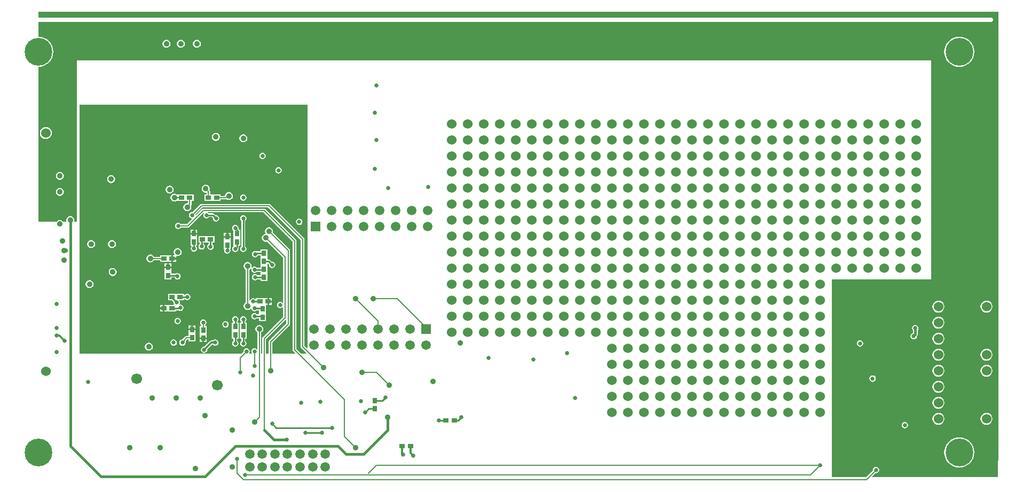
<source format=gbl>
%FSLAX24Y24*%
%MOIN*%
G70*
G01*
G75*
G04 Layer_Physical_Order=4*
G04 Layer_Color=16711680*
%ADD10R,0.0748X0.0197*%
%ADD11R,0.0197X0.0748*%
%ADD12R,0.0394X0.0433*%
%ADD13R,0.0600X0.0800*%
%ADD14R,0.1772X0.0591*%
%ADD15R,0.0354X0.0276*%
%ADD16R,0.3000X0.2900*%
%ADD17R,0.1500X0.0500*%
%ADD18R,0.0630X0.0709*%
%ADD19R,0.2900X0.3000*%
%ADD20R,0.0500X0.1500*%
%ADD21R,0.0709X0.0630*%
%ADD22R,0.0787X0.0866*%
%ADD23R,0.0276X0.0354*%
%ADD24R,0.0551X0.0787*%
%ADD25R,0.0197X0.0610*%
%ADD26R,0.0197X0.0610*%
%ADD27R,0.0610X0.0197*%
%ADD28R,0.0433X0.0394*%
%ADD29R,0.0512X0.0630*%
%ADD30R,0.0118X0.0630*%
%ADD31R,0.0630X0.0118*%
%ADD32R,0.0354X0.0945*%
%ADD33R,0.0807X0.0236*%
%ADD34R,0.0827X0.0354*%
%ADD35R,0.0827X0.0354*%
%ADD36R,0.1732X0.1441*%
%ADD37C,0.0100*%
%ADD38C,0.0080*%
%ADD39C,0.0200*%
%ADD40C,0.0160*%
%ADD41C,0.0120*%
%ADD42C,0.0250*%
%ADD43C,0.0150*%
%ADD44C,0.0591*%
%ADD45R,0.0591X0.0591*%
%ADD46C,0.0669*%
%ADD47C,0.0600*%
%ADD48C,0.1732*%
%ADD49C,0.1732*%
%ADD50C,0.0250*%
%ADD51C,0.0350*%
%ADD52C,0.0090*%
G36*
X36388Y45754D02*
Y39100D01*
X36388Y39100D01*
X36396Y39057D01*
X36421Y39021D01*
X36745Y38696D01*
X36726Y38650D01*
X36409D01*
X36112Y38946D01*
Y45700D01*
X36112Y45700D01*
X36104Y45743D01*
X36079Y45779D01*
X36079Y45779D01*
X34179Y47679D01*
X34143Y47704D01*
X34100Y47712D01*
X34100Y47712D01*
X30300D01*
X30257Y47704D01*
X30221Y47679D01*
X30221Y47679D01*
X29843Y47302D01*
X29796Y47317D01*
X29792Y47334D01*
X30246Y47788D01*
X34354D01*
X36388Y45754D01*
D02*
G37*
G36*
X36800Y39024D02*
X36754Y39005D01*
X36612Y39146D01*
Y45800D01*
X36604Y45843D01*
X36579Y45879D01*
X36579Y45879D01*
X34479Y47979D01*
X34443Y48004D01*
X34400Y48012D01*
X34400Y48012D01*
X30200D01*
X30200Y48012D01*
X30157Y48004D01*
X30121Y47979D01*
X30121Y47979D01*
X29634Y47492D01*
X29600Y47499D01*
X29524Y47484D01*
X29459Y47441D01*
X29416Y47376D01*
X29401Y47300D01*
X29416Y47224D01*
X29459Y47159D01*
X29524Y47116D01*
X29583Y47104D01*
X29598Y47057D01*
X29291Y46750D01*
X28897D01*
X28878Y46778D01*
X28814Y46821D01*
X28738Y46837D01*
X28662Y46821D01*
X28597Y46778D01*
X28554Y46714D01*
X28539Y46638D01*
X28554Y46562D01*
X28597Y46497D01*
X28662Y46454D01*
X28738Y46439D01*
X28814Y46454D01*
X28878Y46497D01*
X28897Y46526D01*
X29338D01*
X29338Y46526D01*
X29381Y46534D01*
X29417Y46558D01*
X30300Y47442D01*
X30339Y47410D01*
X30316Y47376D01*
X30301Y47300D01*
X30316Y47224D01*
X30359Y47159D01*
X30424Y47116D01*
X30500Y47101D01*
X30576Y47116D01*
X30641Y47159D01*
X30656Y47183D01*
X30851D01*
X30907Y47128D01*
X30901Y47100D01*
X30916Y47024D01*
X30959Y46959D01*
X31024Y46916D01*
X31100Y46901D01*
X31176Y46916D01*
X31241Y46959D01*
X31284Y47024D01*
X31299Y47100D01*
X31284Y47176D01*
X31241Y47241D01*
X31176Y47284D01*
X31100Y47299D01*
X31072Y47293D01*
X30983Y47383D01*
X30945Y47408D01*
X30900Y47417D01*
X30656D01*
X30641Y47441D01*
X30576Y47484D01*
D01*
X30576D01*
Y47484D01*
D01*
D01*
Y47484D01*
X30576Y47484D01*
D01*
D01*
D01*
D01*
X30576Y47488D01*
X34054D01*
X35888Y45654D01*
Y38900D01*
X35888Y38900D01*
X35896Y38857D01*
X35921Y38821D01*
X36045Y38696D01*
X36026Y38650D01*
X34612D01*
Y39354D01*
X35679Y40421D01*
X35704Y40457D01*
X35712Y40500D01*
X35712Y40500D01*
Y45100D01*
X35704Y45143D01*
X35679Y45179D01*
X35679Y45179D01*
X34635Y46224D01*
X34650Y46300D01*
X34631Y46396D01*
X34577Y46477D01*
X34496Y46531D01*
X34400Y46550D01*
X34304Y46531D01*
X34223Y46477D01*
X34169Y46396D01*
X34150Y46300D01*
X34169Y46204D01*
X34186Y46180D01*
X34166Y46134D01*
X34112Y46123D01*
X34031Y46069D01*
X33977Y45988D01*
X33958Y45892D01*
X33977Y45797D01*
X34031Y45715D01*
X34112Y45661D01*
X34208Y45642D01*
X34284Y45657D01*
X35288Y44654D01*
Y41872D01*
X35241Y41841D01*
X35176Y41884D01*
X35100Y41899D01*
X35024Y41884D01*
X34959Y41841D01*
X34916Y41776D01*
X34901Y41700D01*
X34916Y41624D01*
X34959Y41559D01*
X35024Y41516D01*
X35100Y41501D01*
X35176Y41516D01*
X35241Y41559D01*
X35288Y41528D01*
Y40946D01*
X34021Y39679D01*
X33996Y39643D01*
X33988Y39600D01*
X33988Y39600D01*
Y38650D01*
X33912D01*
Y39980D01*
X33977Y40023D01*
X34031Y40104D01*
X34050Y40200D01*
X34031Y40296D01*
X33977Y40377D01*
X33896Y40431D01*
X33800Y40450D01*
X33704Y40431D01*
X33623Y40377D01*
X33569Y40296D01*
X33550Y40200D01*
X33569Y40104D01*
X33623Y40023D01*
X33688Y39980D01*
Y38972D01*
X33641Y38941D01*
X33576Y38984D01*
X33500Y38999D01*
X33424Y38984D01*
X33359Y38941D01*
X33316Y38876D01*
X33301Y38800D01*
X33316Y38724D01*
X33336Y38694D01*
X33313Y38650D01*
X33187D01*
X33164Y38694D01*
X33184Y38724D01*
X33199Y38800D01*
X33184Y38876D01*
X33141Y38941D01*
X33076Y38984D01*
X33000Y38999D01*
X32924Y38984D01*
X32859Y38941D01*
X32816Y38876D01*
X32801Y38800D01*
X32808Y38766D01*
X32691Y38650D01*
X22596D01*
Y53774D01*
X22596Y53774D01*
X22596D01*
X22584Y53805D01*
X22596Y53817D01*
Y53987D01*
Y54200D01*
X36800D01*
Y39024D01*
D02*
G37*
G36*
X35488Y40764D02*
Y40546D01*
X34421Y39479D01*
X34396Y39443D01*
X34388Y39400D01*
X34388Y39400D01*
Y38650D01*
X34212D01*
Y39554D01*
X35442Y40783D01*
X35488Y40764D01*
D02*
G37*
G36*
X79950Y32015D02*
X79904Y31996D01*
X79900Y32000D01*
Y30950D01*
X72074D01*
X72055Y30996D01*
X72266Y31208D01*
X72300Y31201D01*
X72376Y31216D01*
X72441Y31259D01*
X72484Y31324D01*
X72499Y31400D01*
X72484Y31476D01*
X72441Y31541D01*
X72376Y31584D01*
X72300Y31599D01*
X72224Y31584D01*
X72159Y31541D01*
X72116Y31476D01*
X72101Y31400D01*
X72108Y31366D01*
X71691Y30950D01*
X69550D01*
Y43300D01*
X75750D01*
Y56950D01*
X22400D01*
Y46900D01*
X22269D01*
X22238Y46939D01*
X22250Y47000D01*
X22231Y47096D01*
X22177Y47177D01*
X22096Y47231D01*
X22000Y47250D01*
X21904Y47231D01*
X21823Y47177D01*
X21769Y47096D01*
X21750Y47000D01*
X21762Y46939D01*
X21731Y46900D01*
X21544D01*
X21527Y46927D01*
X21446Y46981D01*
X21350Y47000D01*
X21254Y46981D01*
X21173Y46927D01*
X21156Y46900D01*
X20000D01*
Y56559D01*
X20184Y56577D01*
X20360Y56631D01*
X20523Y56718D01*
X20665Y56835D01*
X20782Y56977D01*
X20869Y57140D01*
X20923Y57316D01*
X20941Y57500D01*
X20923Y57684D01*
X20869Y57860D01*
X20782Y58023D01*
X20665Y58165D01*
X20523Y58282D01*
X20360Y58369D01*
X20184Y58423D01*
X20000Y58441D01*
Y59378D01*
X79500D01*
X79547Y59387D01*
X79587Y59413D01*
X79613Y59453D01*
X79622Y59500D01*
X79613Y59547D01*
X79587Y59587D01*
X79547Y59613D01*
X79500Y59622D01*
X20000D01*
Y60000D01*
X79950D01*
Y32015D01*
D02*
G37*
%LPC*%
G36*
X29550Y40421D02*
X29392D01*
Y40223D01*
X29550D01*
Y40421D01*
D02*
G37*
G36*
X32800Y40999D02*
X32724Y40984D01*
X32659Y40941D01*
X32616Y40876D01*
X32601Y40800D01*
X32616Y40724D01*
X32659Y40659D01*
X32672Y40651D01*
X32658Y40603D01*
X32592D01*
Y40127D01*
D01*
D01*
D01*
X32592D01*
X32592Y40127D01*
X32592Y40109D01*
Y40091D01*
X32592Y40091D01*
X32592Y40091D01*
Y40091D01*
D01*
Y39597D01*
X32678D01*
Y39453D01*
X32659Y39441D01*
X32616Y39376D01*
X32601Y39300D01*
X32616Y39224D01*
X32659Y39159D01*
X32724Y39116D01*
X32800Y39101D01*
X32876Y39116D01*
X32941Y39159D01*
X32984Y39224D01*
X32999Y39300D01*
X32984Y39376D01*
X32941Y39441D01*
X32922Y39453D01*
Y39597D01*
X33008D01*
Y40073D01*
X33008Y40073D01*
D01*
D01*
D01*
D01*
D01*
D01*
D01*
D01*
X33008Y40091D01*
Y40093D01*
Y40100D01*
X33008Y40109D01*
D01*
X33008Y40127D01*
D01*
X33008D01*
D01*
D01*
D01*
X33008Y40127D01*
Y40603D01*
X32942D01*
X32928Y40651D01*
X32941Y40659D01*
X32984Y40724D01*
X32999Y40800D01*
X32984Y40876D01*
X32941Y40941D01*
X32876Y40984D01*
X32800Y40999D01*
D02*
G37*
G36*
X74750Y40449D02*
X74674Y40434D01*
X74609Y40391D01*
X74566Y40326D01*
X74551Y40250D01*
X74566Y40174D01*
X74597Y40128D01*
Y39938D01*
X74574Y39934D01*
X74509Y39891D01*
X74466Y39826D01*
X74451Y39750D01*
X74466Y39674D01*
X74509Y39609D01*
X74574Y39566D01*
X74650Y39551D01*
X74726Y39566D01*
X74791Y39609D01*
X74834Y39674D01*
X74844Y39728D01*
X74858Y39742D01*
X74891Y39791D01*
X74903Y39850D01*
Y40128D01*
X74934Y40174D01*
X74949Y40250D01*
X74934Y40326D01*
X74891Y40391D01*
X74826Y40434D01*
X74750Y40449D01*
D02*
G37*
G36*
X30508Y39577D02*
X30350D01*
Y39379D01*
X30508D01*
Y39577D01*
D02*
G37*
G36*
X30300Y40799D02*
X30224Y40784D01*
X30159Y40741D01*
X30116Y40676D01*
X30101Y40600D01*
X30116Y40524D01*
X30159Y40459D01*
X30188Y40440D01*
Y40386D01*
X30092D01*
Y39909D01*
D01*
D01*
D01*
X30092D01*
X30092Y39909D01*
X30092Y39891D01*
Y39874D01*
X30092Y39874D01*
X30092Y39874D01*
Y39874D01*
D01*
Y39677D01*
X30508D01*
Y39856D01*
X30508Y39856D01*
D01*
D01*
D01*
D01*
D01*
D01*
D01*
D01*
X30508Y39874D01*
Y39876D01*
Y39883D01*
X30508Y39891D01*
D01*
X30508Y39909D01*
D01*
X30508D01*
D01*
D01*
D01*
X30508Y39909D01*
Y40386D01*
X30412D01*
Y40440D01*
X30441Y40459D01*
X30484Y40524D01*
X30499Y40600D01*
X30484Y40676D01*
X30441Y40741D01*
X30376Y40784D01*
X30300Y40799D01*
D02*
G37*
G36*
X32300Y40999D02*
X32224Y40984D01*
X32159Y40941D01*
X32116Y40876D01*
X32101Y40800D01*
X32116Y40724D01*
X32159Y40659D01*
X32172Y40651D01*
X32158Y40603D01*
X32092D01*
Y40127D01*
D01*
D01*
D01*
X32092D01*
X32092Y40127D01*
X32092Y40109D01*
Y40091D01*
X32092Y40091D01*
X32092Y40091D01*
Y40091D01*
D01*
Y39597D01*
X32178D01*
Y39453D01*
X32159Y39441D01*
X32116Y39376D01*
X32101Y39300D01*
X32116Y39224D01*
X32159Y39159D01*
X32224Y39116D01*
X32300Y39101D01*
X32376Y39116D01*
X32441Y39159D01*
X32484Y39224D01*
X32499Y39300D01*
X32484Y39376D01*
X32441Y39441D01*
X32422Y39453D01*
Y39597D01*
X32508D01*
Y40073D01*
X32508Y40073D01*
D01*
D01*
D01*
D01*
D01*
D01*
D01*
D01*
X32508Y40091D01*
Y40093D01*
Y40100D01*
X32508Y40109D01*
D01*
X32508Y40127D01*
D01*
X32508D01*
D01*
D01*
D01*
X32508Y40127D01*
Y40603D01*
X32442D01*
X32428Y40651D01*
X32441Y40659D01*
X32484Y40724D01*
X32499Y40800D01*
X32484Y40876D01*
X32441Y40941D01*
X32376Y40984D01*
X32300Y40999D01*
D02*
G37*
G36*
X29808Y40123D02*
X29392D01*
Y39944D01*
D01*
D01*
D01*
X29392D01*
X29392Y39944D01*
X29392Y39926D01*
Y39909D01*
X29392Y39909D01*
X29392Y39909D01*
Y39909D01*
D01*
Y39774D01*
X29262D01*
X29219Y39765D01*
X29182Y39741D01*
X29182Y39741D01*
X29021Y39579D01*
X29000Y39549D01*
X29000Y39549D01*
X28924Y39534D01*
X28859Y39491D01*
X28816Y39426D01*
X28801Y39350D01*
X28816Y39274D01*
X28859Y39209D01*
X28924Y39166D01*
X29000Y39151D01*
X29076Y39166D01*
X29141Y39209D01*
X29184Y39274D01*
X29199Y39350D01*
X29204Y39357D01*
X29212Y39400D01*
Y39454D01*
X29308Y39549D01*
X29392D01*
Y39414D01*
X29808D01*
Y39891D01*
X29808Y39891D01*
D01*
D01*
D01*
D01*
D01*
D01*
D01*
D01*
X29808Y39909D01*
Y39911D01*
Y39917D01*
X29808Y39926D01*
D01*
X29808Y39944D01*
D01*
X29808D01*
D01*
D01*
D01*
X29808Y39944D01*
Y40123D01*
D02*
G37*
G36*
X27794Y41450D02*
X27597D01*
Y41292D01*
X27794D01*
Y41450D01*
D02*
G37*
G36*
X79200Y41973D02*
X79103Y41960D01*
X79013Y41923D01*
X78936Y41864D01*
X78877Y41787D01*
X78840Y41697D01*
X78827Y41600D01*
X78840Y41503D01*
X78877Y41413D01*
X78936Y41336D01*
X79013Y41277D01*
X79103Y41240D01*
X79200Y41227D01*
X79297Y41240D01*
X79387Y41277D01*
X79464Y41336D01*
X79523Y41413D01*
X79560Y41503D01*
X79573Y41600D01*
X79560Y41697D01*
X79523Y41787D01*
X79464Y41864D01*
X79387Y41923D01*
X79297Y41960D01*
X79200Y41973D01*
D02*
G37*
G36*
X27794Y41708D02*
X27597D01*
Y41550D01*
X27794D01*
Y41708D01*
D02*
G37*
G36*
X34595Y42124D02*
X34398D01*
Y41966D01*
X34595D01*
Y42124D01*
D02*
G37*
G36*
Y41866D02*
X34398D01*
Y41708D01*
X34595D01*
Y41866D01*
D02*
G37*
G36*
X76200Y40973D02*
X76103Y40960D01*
X76013Y40923D01*
X75936Y40864D01*
X75877Y40787D01*
X75840Y40697D01*
X75827Y40600D01*
X75840Y40503D01*
X75877Y40413D01*
X75936Y40336D01*
X76013Y40277D01*
X76103Y40240D01*
X76200Y40227D01*
X76297Y40240D01*
X76387Y40277D01*
X76464Y40336D01*
X76523Y40413D01*
X76560Y40503D01*
X76573Y40600D01*
X76560Y40697D01*
X76523Y40787D01*
X76464Y40864D01*
X76387Y40923D01*
X76297Y40960D01*
X76200Y40973D01*
D02*
G37*
G36*
X29808Y40421D02*
X29650D01*
Y40223D01*
X29808D01*
Y40421D01*
D02*
G37*
G36*
X31691Y40689D02*
X31614Y40674D01*
X31550Y40631D01*
X31507Y40567D01*
X31492Y40491D01*
X31507Y40414D01*
X31550Y40350D01*
X31614Y40307D01*
X31691Y40292D01*
X31767Y40307D01*
X31831Y40350D01*
X31874Y40414D01*
X31889Y40491D01*
X31874Y40567D01*
X31831Y40631D01*
X31767Y40674D01*
X31691Y40689D01*
D02*
G37*
G36*
X76200Y41973D02*
X76103Y41960D01*
X76013Y41923D01*
X75936Y41864D01*
X75877Y41787D01*
X75840Y41697D01*
X75827Y41600D01*
X75840Y41503D01*
X75877Y41413D01*
X75936Y41336D01*
X76013Y41277D01*
X76103Y41240D01*
X76200Y41227D01*
X76297Y41240D01*
X76387Y41277D01*
X76464Y41336D01*
X76523Y41413D01*
X76560Y41503D01*
X76573Y41600D01*
X76560Y41697D01*
X76523Y41787D01*
X76464Y41864D01*
X76387Y41923D01*
X76297Y41960D01*
X76200Y41973D01*
D02*
G37*
G36*
X28700Y40899D02*
X28624Y40884D01*
X28559Y40841D01*
X28516Y40776D01*
X28501Y40700D01*
X28516Y40624D01*
X28559Y40559D01*
X28624Y40516D01*
X28700Y40501D01*
X28776Y40516D01*
X28841Y40559D01*
X28884Y40624D01*
X28899Y40700D01*
X28884Y40776D01*
X28841Y40841D01*
X28776Y40884D01*
X28700Y40899D01*
D02*
G37*
G36*
X76200Y36973D02*
X76103Y36960D01*
X76013Y36923D01*
X75936Y36864D01*
X75877Y36787D01*
X75840Y36697D01*
X75827Y36600D01*
X75840Y36503D01*
X75877Y36413D01*
X75936Y36336D01*
X76013Y36277D01*
X76103Y36240D01*
X76200Y36227D01*
X76297Y36240D01*
X76387Y36277D01*
X76464Y36336D01*
X76523Y36413D01*
X76560Y36503D01*
X76573Y36600D01*
X76560Y36697D01*
X76523Y36787D01*
X76464Y36864D01*
X76387Y36923D01*
X76297Y36960D01*
X76200Y36973D01*
D02*
G37*
G36*
Y35973D02*
X76103Y35960D01*
X76013Y35923D01*
X75936Y35864D01*
X75877Y35787D01*
X75840Y35697D01*
X75827Y35600D01*
X75840Y35503D01*
X75877Y35413D01*
X75936Y35336D01*
X76013Y35277D01*
X76103Y35240D01*
X76200Y35227D01*
X76297Y35240D01*
X76387Y35277D01*
X76464Y35336D01*
X76523Y35413D01*
X76560Y35503D01*
X76573Y35600D01*
X76560Y35697D01*
X76523Y35787D01*
X76464Y35864D01*
X76387Y35923D01*
X76297Y35960D01*
X76200Y35973D01*
D02*
G37*
G36*
Y37973D02*
X76103Y37960D01*
X76013Y37923D01*
X75936Y37864D01*
X75877Y37787D01*
X75840Y37697D01*
X75827Y37600D01*
X75840Y37503D01*
X75877Y37413D01*
X75936Y37336D01*
X76013Y37277D01*
X76103Y37240D01*
X76200Y37227D01*
X76297Y37240D01*
X76387Y37277D01*
X76464Y37336D01*
X76523Y37413D01*
X76560Y37503D01*
X76573Y37600D01*
X76560Y37697D01*
X76523Y37787D01*
X76464Y37864D01*
X76387Y37923D01*
X76297Y37960D01*
X76200Y37973D01*
D02*
G37*
G36*
X72091Y37308D02*
X72014Y37293D01*
X71950Y37250D01*
X71907Y37186D01*
X71892Y37109D01*
X71907Y37033D01*
X71950Y36969D01*
X72014Y36926D01*
X72091Y36911D01*
X72167Y36926D01*
X72231Y36969D01*
X72274Y37033D01*
X72289Y37109D01*
X72274Y37186D01*
X72231Y37250D01*
X72167Y37293D01*
X72091Y37308D01*
D02*
G37*
G36*
X74100Y34399D02*
X74024Y34384D01*
X73959Y34341D01*
X73916Y34276D01*
X73901Y34200D01*
X73916Y34124D01*
X73959Y34059D01*
X74024Y34016D01*
X74100Y34001D01*
X74176Y34016D01*
X74241Y34059D01*
X74284Y34124D01*
X74299Y34200D01*
X74284Y34276D01*
X74241Y34341D01*
X74176Y34384D01*
X74100Y34399D01*
D02*
G37*
G36*
X77500Y33441D02*
X77316Y33423D01*
X77140Y33369D01*
X76977Y33282D01*
X76835Y33165D01*
X76718Y33023D01*
X76631Y32860D01*
X76577Y32684D01*
X76559Y32500D01*
X76577Y32316D01*
X76631Y32140D01*
X76718Y31977D01*
X76835Y31835D01*
X76977Y31718D01*
X77140Y31631D01*
X77316Y31577D01*
X77500Y31559D01*
X77684Y31577D01*
X77860Y31631D01*
X78023Y31718D01*
X78165Y31835D01*
X78282Y31977D01*
X78369Y32140D01*
X78423Y32316D01*
X78441Y32500D01*
X78423Y32684D01*
X78369Y32860D01*
X78282Y33023D01*
X78165Y33165D01*
X78023Y33282D01*
X77860Y33369D01*
X77684Y33423D01*
X77500Y33441D01*
D02*
G37*
G36*
X79200Y34973D02*
X79103Y34960D01*
X79013Y34923D01*
X78936Y34864D01*
X78877Y34787D01*
X78840Y34697D01*
X78827Y34600D01*
X78840Y34503D01*
X78877Y34413D01*
X78936Y34336D01*
X79013Y34277D01*
X79103Y34240D01*
X79200Y34227D01*
X79297Y34240D01*
X79387Y34277D01*
X79464Y34336D01*
X79523Y34413D01*
X79560Y34503D01*
X79573Y34600D01*
X79560Y34697D01*
X79523Y34787D01*
X79464Y34864D01*
X79387Y34923D01*
X79297Y34960D01*
X79200Y34973D01*
D02*
G37*
G36*
X76200D02*
X76103Y34960D01*
X76013Y34923D01*
X75936Y34864D01*
X75877Y34787D01*
X75840Y34697D01*
X75827Y34600D01*
X75840Y34503D01*
X75877Y34413D01*
X75936Y34336D01*
X76013Y34277D01*
X76103Y34240D01*
X76200Y34227D01*
X76297Y34240D01*
X76387Y34277D01*
X76464Y34336D01*
X76523Y34413D01*
X76560Y34503D01*
X76573Y34600D01*
X76560Y34697D01*
X76523Y34787D01*
X76464Y34864D01*
X76387Y34923D01*
X76297Y34960D01*
X76200Y34973D01*
D02*
G37*
G36*
X79200Y37973D02*
X79103Y37960D01*
X79013Y37923D01*
X78936Y37864D01*
X78877Y37787D01*
X78840Y37697D01*
X78827Y37600D01*
X78840Y37503D01*
X78877Y37413D01*
X78936Y37336D01*
X79013Y37277D01*
X79103Y37240D01*
X79200Y37227D01*
X79297Y37240D01*
X79387Y37277D01*
X79464Y37336D01*
X79523Y37413D01*
X79560Y37503D01*
X79573Y37600D01*
X79560Y37697D01*
X79523Y37787D01*
X79464Y37864D01*
X79387Y37923D01*
X79297Y37960D01*
X79200Y37973D01*
D02*
G37*
G36*
X31050Y39549D02*
X30974Y39534D01*
X30909Y39491D01*
X30904Y39483D01*
X30800D01*
X30749Y39472D01*
X30706Y39444D01*
X30359Y39097D01*
X30350Y39099D01*
X30274Y39084D01*
X30209Y39041D01*
X30166Y38976D01*
X30151Y38900D01*
X30166Y38824D01*
X30209Y38759D01*
X30274Y38716D01*
X30350Y38701D01*
X30426Y38716D01*
X30491Y38759D01*
X30534Y38824D01*
X30549Y38900D01*
X30547Y38909D01*
X30855Y39217D01*
X30904D01*
X30909Y39209D01*
X30974Y39166D01*
X31050Y39151D01*
X31126Y39166D01*
X31191Y39209D01*
X31234Y39274D01*
X31249Y39350D01*
X31234Y39426D01*
X31191Y39491D01*
X31126Y39534D01*
X31050Y39549D01*
D02*
G37*
G36*
X28450D02*
X28374Y39534D01*
X28309Y39491D01*
X28266Y39426D01*
X28251Y39350D01*
X28266Y39274D01*
X28309Y39209D01*
X28374Y39166D01*
X28450Y39151D01*
X28526Y39166D01*
X28591Y39209D01*
X28634Y39274D01*
X28649Y39350D01*
X28634Y39426D01*
X28591Y39491D01*
X28526Y39534D01*
X28450Y39549D01*
D02*
G37*
G36*
X30250Y39577D02*
X30092D01*
Y39379D01*
X30250D01*
Y39577D01*
D02*
G37*
G36*
X76200Y39973D02*
X76103Y39960D01*
X76013Y39923D01*
X75936Y39864D01*
X75877Y39787D01*
X75840Y39697D01*
X75827Y39600D01*
X75840Y39503D01*
X75877Y39413D01*
X75936Y39336D01*
X76013Y39277D01*
X76103Y39240D01*
X76200Y39227D01*
X76297Y39240D01*
X76387Y39277D01*
X76464Y39336D01*
X76523Y39413D01*
X76560Y39503D01*
X76573Y39600D01*
X76560Y39697D01*
X76523Y39787D01*
X76464Y39864D01*
X76387Y39923D01*
X76297Y39960D01*
X76200Y39973D01*
D02*
G37*
G36*
X79200Y38973D02*
X79103Y38960D01*
X79013Y38923D01*
X78936Y38864D01*
X78877Y38787D01*
X78840Y38697D01*
X78827Y38600D01*
X78840Y38503D01*
X78877Y38413D01*
X78936Y38336D01*
X79013Y38277D01*
X79103Y38240D01*
X79200Y38227D01*
X79297Y38240D01*
X79387Y38277D01*
X79464Y38336D01*
X79523Y38413D01*
X79560Y38503D01*
X79573Y38600D01*
X79560Y38697D01*
X79523Y38787D01*
X79464Y38864D01*
X79387Y38923D01*
X79297Y38960D01*
X79200Y38973D01*
D02*
G37*
G36*
X76200D02*
X76103Y38960D01*
X76013Y38923D01*
X75936Y38864D01*
X75877Y38787D01*
X75840Y38697D01*
X75827Y38600D01*
X75840Y38503D01*
X75877Y38413D01*
X75936Y38336D01*
X76013Y38277D01*
X76103Y38240D01*
X76200Y38227D01*
X76297Y38240D01*
X76387Y38277D01*
X76464Y38336D01*
X76523Y38413D01*
X76560Y38503D01*
X76573Y38600D01*
X76560Y38697D01*
X76523Y38787D01*
X76464Y38864D01*
X76387Y38923D01*
X76297Y38960D01*
X76200Y38973D01*
D02*
G37*
G36*
X71300Y39499D02*
X71224Y39484D01*
X71159Y39441D01*
X71116Y39376D01*
X71101Y39300D01*
X71116Y39224D01*
X71159Y39159D01*
X71224Y39116D01*
X71300Y39101D01*
X71376Y39116D01*
X71441Y39159D01*
X71484Y39224D01*
X71499Y39300D01*
X71484Y39376D01*
X71441Y39441D01*
X71376Y39484D01*
X71300Y39499D01*
D02*
G37*
G36*
X26900Y39350D02*
X26804Y39331D01*
X26723Y39277D01*
X26669Y39196D01*
X26650Y39100D01*
X26669Y39004D01*
X26723Y38923D01*
X26804Y38869D01*
X26900Y38850D01*
X26996Y38869D01*
X27077Y38923D01*
X27131Y39004D01*
X27150Y39100D01*
X27131Y39196D01*
X27077Y39277D01*
X26996Y39331D01*
X26900Y39350D01*
D02*
G37*
G36*
X21350Y49000D02*
X21254Y48981D01*
X21173Y48927D01*
X21119Y48846D01*
X21100Y48750D01*
X21119Y48654D01*
X21173Y48573D01*
X21254Y48519D01*
X21350Y48500D01*
X21446Y48519D01*
X21527Y48573D01*
X21581Y48654D01*
X21600Y48750D01*
X21581Y48846D01*
X21527Y48927D01*
X21446Y48981D01*
X21350Y49000D01*
D02*
G37*
G36*
X30457Y49207D02*
X30362Y49188D01*
X30281Y49134D01*
X30227Y49053D01*
X30208Y48957D01*
X30227Y48862D01*
X30281Y48781D01*
X30362Y48727D01*
X30457Y48708D01*
X30476Y48711D01*
X30514Y48680D01*
Y48608D01*
X30379D01*
Y48192D01*
X30874D01*
Y48192D01*
X30891D01*
X30909Y48192D01*
Y48192D01*
X30909D01*
D01*
D01*
X30909Y48192D01*
D01*
X31386D01*
Y48288D01*
X31700D01*
X31700Y48288D01*
X31743Y48296D01*
X31753Y48303D01*
X31804Y48269D01*
X31900Y48250D01*
X31996Y48269D01*
X32077Y48323D01*
X32131Y48404D01*
X32150Y48500D01*
X32131Y48596D01*
X32077Y48677D01*
X31996Y48731D01*
X31900Y48750D01*
X31804Y48731D01*
X31723Y48677D01*
X31669Y48596D01*
X31653Y48512D01*
X31386D01*
Y48608D01*
X30909D01*
X30909Y48608D01*
D01*
D01*
X30909Y48608D01*
D01*
X30891Y48608D01*
X30883D01*
X30874D01*
X30856Y48608D01*
Y48608D01*
Y48608D01*
D01*
D01*
D01*
X30739D01*
Y48788D01*
X30739Y48788D01*
X30730Y48831D01*
X30706Y48868D01*
X30706Y48868D01*
X30692Y48881D01*
X30707Y48957D01*
X30688Y49053D01*
X30634Y49134D01*
X30553Y49188D01*
X30457Y49207D01*
D02*
G37*
G36*
X24550Y49800D02*
X24454Y49781D01*
X24373Y49727D01*
X24319Y49646D01*
X24300Y49550D01*
X24319Y49454D01*
X24373Y49373D01*
X24454Y49319D01*
X24550Y49300D01*
X24646Y49319D01*
X24727Y49373D01*
X24781Y49454D01*
X24800Y49550D01*
X24781Y49646D01*
X24727Y49727D01*
X24646Y49781D01*
X24550Y49800D01*
D02*
G37*
G36*
X28200Y49150D02*
X28104Y49131D01*
X28023Y49077D01*
X27969Y48996D01*
X27950Y48900D01*
X27969Y48804D01*
X28023Y48723D01*
X28104Y48669D01*
X28200Y48650D01*
X28296Y48669D01*
X28377Y48723D01*
X28431Y48804D01*
X28450Y48900D01*
X28431Y48996D01*
X28377Y49077D01*
X28296Y49131D01*
X28200Y49150D01*
D02*
G37*
G36*
X32800Y48599D02*
X32724Y48584D01*
X32659Y48541D01*
X32616Y48476D01*
X32601Y48400D01*
X32616Y48324D01*
X32659Y48259D01*
X32724Y48216D01*
X32800Y48201D01*
X32876Y48216D01*
X32941Y48259D01*
X32984Y48324D01*
X32999Y48400D01*
X32984Y48476D01*
X32941Y48541D01*
X32876Y48584D01*
X32800Y48599D01*
D02*
G37*
G36*
X29930Y46395D02*
X29772D01*
Y46198D01*
X29930D01*
Y46395D01*
D02*
G37*
G36*
X29672D02*
X29514D01*
Y46198D01*
X29672D01*
Y46395D01*
D02*
G37*
G36*
X28500Y48650D02*
X28404Y48631D01*
X28323Y48577D01*
X28269Y48496D01*
X28250Y48400D01*
X28269Y48304D01*
X28323Y48223D01*
X28404Y48169D01*
X28500Y48150D01*
X28596Y48169D01*
X28630Y48192D01*
X28697Y48192D01*
Y48192D01*
Y48192D01*
X28697D01*
Y48192D01*
D01*
X29191D01*
D01*
X29191Y48192D01*
X29191Y48192D01*
Y48192D01*
X29191D01*
X29209D01*
X29227Y48192D01*
Y48192D01*
X29227D01*
D01*
D01*
X29227Y48192D01*
D01*
X29344D01*
Y48081D01*
X29305Y48049D01*
X29300Y48050D01*
X29204Y48031D01*
X29123Y47977D01*
X29069Y47896D01*
X29050Y47800D01*
X29069Y47704D01*
X29123Y47623D01*
X29204Y47569D01*
X29300Y47550D01*
X29396Y47569D01*
X29477Y47623D01*
X29531Y47704D01*
X29550Y47800D01*
X29535Y47876D01*
X29535Y47877D01*
X29535Y47877D01*
X29560Y47913D01*
X29568Y47956D01*
Y48192D01*
X29703D01*
Y48608D01*
X29227D01*
X29227Y48608D01*
D01*
D01*
X29227Y48608D01*
D01*
X29209Y48608D01*
X29200D01*
X29191D01*
X29173Y48608D01*
Y48608D01*
Y48608D01*
D01*
D01*
D01*
X28697D01*
D01*
Y48608D01*
X28697D01*
Y48608D01*
Y48608D01*
X28630Y48608D01*
X28596Y48631D01*
X28500Y48650D01*
D02*
G37*
G36*
X36291Y47089D02*
X36214Y47074D01*
X36150Y47031D01*
X36107Y46967D01*
X36092Y46891D01*
X36107Y46814D01*
X36150Y46750D01*
X36214Y46707D01*
X36291Y46692D01*
X36367Y46707D01*
X36431Y46750D01*
X36474Y46814D01*
X36489Y46891D01*
X36474Y46967D01*
X36431Y47031D01*
X36367Y47074D01*
X36291Y47089D01*
D02*
G37*
G36*
X21350Y50000D02*
X21254Y49981D01*
X21173Y49927D01*
X21119Y49846D01*
X21100Y49750D01*
X21119Y49654D01*
X21173Y49573D01*
X21254Y49519D01*
X21350Y49500D01*
X21446Y49519D01*
X21527Y49573D01*
X21581Y49654D01*
X21600Y49750D01*
X21581Y49846D01*
X21527Y49927D01*
X21446Y49981D01*
X21350Y50000D01*
D02*
G37*
G36*
X28000Y58250D02*
X27904Y58231D01*
X27823Y58177D01*
X27769Y58096D01*
X27750Y58000D01*
X27769Y57904D01*
X27823Y57823D01*
X27904Y57769D01*
X28000Y57750D01*
X28096Y57769D01*
X28177Y57823D01*
X28231Y57904D01*
X28250Y58000D01*
X28231Y58096D01*
X28177Y58177D01*
X28096Y58231D01*
X28000Y58250D01*
D02*
G37*
G36*
X77500Y58441D02*
X77316Y58423D01*
X77140Y58369D01*
X76977Y58282D01*
X76835Y58165D01*
X76718Y58023D01*
X76631Y57860D01*
X76577Y57684D01*
X76559Y57500D01*
X76577Y57316D01*
X76631Y57140D01*
X76718Y56977D01*
X76835Y56835D01*
X76977Y56718D01*
X77140Y56631D01*
X77316Y56577D01*
X77500Y56559D01*
X77684Y56577D01*
X77860Y56631D01*
X78023Y56718D01*
X78165Y56835D01*
X78282Y56977D01*
X78369Y57140D01*
X78423Y57316D01*
X78441Y57500D01*
X78423Y57684D01*
X78369Y57860D01*
X78282Y58023D01*
X78165Y58165D01*
X78023Y58282D01*
X77860Y58369D01*
X77684Y58423D01*
X77500Y58441D01*
D02*
G37*
G36*
X29900Y58250D02*
X29804Y58231D01*
X29723Y58177D01*
X29669Y58096D01*
X29650Y58000D01*
X29669Y57904D01*
X29723Y57823D01*
X29804Y57769D01*
X29900Y57750D01*
X29996Y57769D01*
X30077Y57823D01*
X30131Y57904D01*
X30150Y58000D01*
X30131Y58096D01*
X30077Y58177D01*
X29996Y58231D01*
X29900Y58250D01*
D02*
G37*
G36*
X28900D02*
X28804Y58231D01*
X28723Y58177D01*
X28669Y58096D01*
X28650Y58000D01*
X28669Y57904D01*
X28723Y57823D01*
X28804Y57769D01*
X28900Y57750D01*
X28996Y57769D01*
X29077Y57823D01*
X29131Y57904D01*
X29150Y58000D01*
X29131Y58096D01*
X29077Y58177D01*
X28996Y58231D01*
X28900Y58250D01*
D02*
G37*
G36*
X20472Y52800D02*
X20376Y52788D01*
X20286Y52750D01*
X20209Y52691D01*
X20149Y52614D01*
X20112Y52524D01*
X20099Y52427D01*
X20112Y52331D01*
X20149Y52241D01*
X20209Y52163D01*
X20286Y52104D01*
X20376Y52067D01*
X20472Y52054D01*
X20569Y52067D01*
X20659Y52104D01*
X20736Y52163D01*
X20796Y52241D01*
X20833Y52331D01*
X20846Y52427D01*
X20833Y52524D01*
X20796Y52614D01*
X20736Y52691D01*
X20659Y52750D01*
X20569Y52788D01*
X20472Y52800D01*
D02*
G37*
G36*
X34000Y51199D02*
X33924Y51184D01*
X33859Y51141D01*
X33816Y51076D01*
X33801Y51000D01*
X33816Y50924D01*
X33859Y50859D01*
X33924Y50816D01*
X34000Y50801D01*
X34076Y50816D01*
X34141Y50859D01*
X34184Y50924D01*
X34199Y51000D01*
X34184Y51076D01*
X34141Y51141D01*
X34076Y51184D01*
X34000Y51199D01*
D02*
G37*
G36*
X35000Y50299D02*
X34924Y50284D01*
X34859Y50241D01*
X34816Y50176D01*
X34801Y50100D01*
X34816Y50024D01*
X34859Y49959D01*
X34924Y49916D01*
X35000Y49901D01*
X35076Y49916D01*
X35141Y49959D01*
X35184Y50024D01*
X35199Y50100D01*
X35184Y50176D01*
X35141Y50241D01*
X35076Y50284D01*
X35000Y50299D01*
D02*
G37*
G36*
X31087Y52437D02*
X30992Y52418D01*
X30911Y52364D01*
X30857Y52283D01*
X30838Y52187D01*
X30857Y52092D01*
X30911Y52011D01*
X30992Y51957D01*
X31087Y51938D01*
X31183Y51957D01*
X31264Y52011D01*
X31318Y52092D01*
X31337Y52187D01*
X31318Y52283D01*
X31264Y52364D01*
X31183Y52418D01*
X31087Y52437D01*
D02*
G37*
G36*
X32800Y52350D02*
X32704Y52331D01*
X32623Y52277D01*
X32569Y52196D01*
X32550Y52100D01*
X32569Y52004D01*
X32623Y51923D01*
X32704Y51869D01*
X32800Y51850D01*
X32896Y51869D01*
X32977Y51923D01*
X33031Y52004D01*
X33050Y52100D01*
X33031Y52196D01*
X32977Y52277D01*
X32896Y52331D01*
X32800Y52350D01*
D02*
G37*
G36*
X27000Y44850D02*
X26904Y44831D01*
X26823Y44777D01*
X26769Y44696D01*
X26750Y44600D01*
X26769Y44504D01*
X26823Y44423D01*
X26904Y44369D01*
X27000Y44350D01*
X27096Y44369D01*
X27177Y44423D01*
X27220Y44488D01*
X27597D01*
Y44392D01*
X28091D01*
Y44392D01*
X28109D01*
X28127Y44392D01*
Y44392D01*
X28127D01*
D01*
D01*
X28127Y44392D01*
D01*
X28306D01*
Y44600D01*
Y44808D01*
X28127D01*
X28127Y44808D01*
D01*
D01*
X28127Y44808D01*
D01*
X28109Y44808D01*
X28100D01*
X28091D01*
X28073Y44808D01*
Y44808D01*
Y44808D01*
D01*
D01*
D01*
X27597D01*
Y44712D01*
X27220D01*
X27177Y44777D01*
X27096Y44831D01*
X27000Y44850D01*
D02*
G37*
G36*
X28308Y44303D02*
X28150D01*
Y44106D01*
X28308D01*
Y44303D01*
D02*
G37*
G36*
X28700Y45250D02*
X28604Y45231D01*
X28523Y45177D01*
X28469Y45096D01*
X28450Y45000D01*
X28469Y44904D01*
X28504Y44852D01*
X28481Y44808D01*
X28406D01*
Y44650D01*
X28603D01*
Y44730D01*
X28642Y44762D01*
X28700Y44750D01*
X28796Y44769D01*
X28877Y44823D01*
X28931Y44904D01*
X28950Y45000D01*
X28931Y45096D01*
X28877Y45177D01*
X28796Y45231D01*
X28700Y45250D01*
D02*
G37*
G36*
X28603Y44550D02*
X28406D01*
Y44392D01*
X28603D01*
Y44550D01*
D02*
G37*
G36*
X28050Y44303D02*
X27892D01*
Y44106D01*
X28050D01*
Y44303D01*
D02*
G37*
G36*
X23200Y43250D02*
X23104Y43231D01*
X23023Y43177D01*
X22969Y43096D01*
X22950Y43000D01*
X22969Y42904D01*
X23023Y42823D01*
X23104Y42769D01*
X23200Y42750D01*
X23296Y42769D01*
X23377Y42823D01*
X23431Y42904D01*
X23450Y43000D01*
X23431Y43096D01*
X23377Y43177D01*
X23296Y43231D01*
X23200Y43250D01*
D02*
G37*
G36*
X28609Y42408D02*
X28595Y42408D01*
X28591D01*
Y42408D01*
X28591D01*
X28591D01*
X28097D01*
Y41992D01*
X28335D01*
X28455Y41872D01*
X28451Y41850D01*
X28466Y41774D01*
X28481Y41752D01*
X28457Y41708D01*
X28127D01*
X28127Y41708D01*
D01*
D01*
X28127Y41708D01*
D01*
X28109Y41708D01*
X28100D01*
X28091D01*
X28073Y41708D01*
D01*
X27894D01*
Y41500D01*
Y41292D01*
X28091D01*
Y41292D01*
X28109D01*
X28127Y41292D01*
Y41292D01*
X28127D01*
D01*
D01*
X28127Y41292D01*
D01*
X28603D01*
Y41378D01*
X28743D01*
X28802Y41338D01*
X28878Y41323D01*
X28954Y41338D01*
X29019Y41381D01*
X29062Y41446D01*
X29077Y41522D01*
X29062Y41598D01*
X29019Y41663D01*
X28954Y41706D01*
X28878Y41721D01*
X28850Y41715D01*
X28822Y41757D01*
X28834Y41774D01*
X28849Y41850D01*
X28834Y41926D01*
X28791Y41991D01*
X28791Y41992D01*
X29103D01*
Y42058D01*
X29151Y42072D01*
X29159Y42059D01*
X29224Y42016D01*
X29300Y42001D01*
X29376Y42016D01*
X29441Y42059D01*
X29484Y42124D01*
X29499Y42200D01*
X29484Y42276D01*
X29441Y42341D01*
X29376Y42384D01*
X29300Y42399D01*
X29224Y42384D01*
X29159Y42341D01*
X29151Y42328D01*
X29103Y42342D01*
Y42408D01*
X28609D01*
Y42408D01*
D02*
G37*
G36*
X28308Y44006D02*
X27892D01*
Y43827D01*
D01*
D01*
D01*
X27892D01*
X27892Y43827D01*
X27892Y43809D01*
Y43791D01*
X27892Y43791D01*
X27892Y43791D01*
Y43791D01*
D01*
Y43297D01*
X28308D01*
Y43422D01*
X28505D01*
X28507Y43414D01*
X28550Y43350D01*
X28614Y43307D01*
X28691Y43292D01*
X28767Y43307D01*
X28831Y43350D01*
X28874Y43414D01*
X28889Y43491D01*
X28874Y43567D01*
X28831Y43631D01*
X28767Y43674D01*
X28691Y43689D01*
X28614Y43674D01*
X28603Y43666D01*
X28308D01*
Y43773D01*
X28308Y43773D01*
D01*
D01*
D01*
D01*
D01*
D01*
D01*
D01*
X28308Y43791D01*
Y43793D01*
Y43800D01*
X28308Y43809D01*
D01*
X28308Y43827D01*
D01*
X28308D01*
D01*
D01*
D01*
X28308Y43827D01*
Y44006D01*
D02*
G37*
G36*
X24600Y43999D02*
X24524Y43984D01*
X24459Y43941D01*
X24416Y43876D01*
X24401Y43800D01*
X24406Y43774D01*
X24401Y43749D01*
X24420Y43653D01*
X24475Y43572D01*
X24556Y43518D01*
X24651Y43499D01*
X24747Y43518D01*
X24828Y43572D01*
X24882Y43653D01*
X24901Y43749D01*
X24882Y43844D01*
X24828Y43925D01*
X24747Y43980D01*
X24651Y43999D01*
X24626Y43994D01*
X24600Y43999D01*
D02*
G37*
G36*
X32800Y47299D02*
X32724Y47284D01*
X32659Y47241D01*
X32616Y47176D01*
X32601Y47100D01*
X32616Y47024D01*
X32659Y46959D01*
X32678Y46947D01*
Y45353D01*
X32659Y45341D01*
X32616Y45276D01*
X32601Y45200D01*
X32616Y45124D01*
X32659Y45059D01*
X32724Y45016D01*
X32800Y45001D01*
X32876Y45016D01*
X32941Y45059D01*
X32984Y45124D01*
X32999Y45200D01*
X32984Y45276D01*
X32941Y45341D01*
X32922Y45353D01*
Y46947D01*
X32941Y46959D01*
X32984Y47024D01*
X32999Y47100D01*
X32984Y47176D01*
X32941Y47241D01*
X32876Y47284D01*
X32800Y47299D01*
D02*
G37*
G36*
X31750Y46203D02*
X31592D01*
Y46006D01*
X31750D01*
Y46203D01*
D02*
G37*
G36*
X32300Y46699D02*
X32224Y46684D01*
X32159Y46641D01*
X32116Y46576D01*
X32101Y46500D01*
X32116Y46424D01*
X32159Y46359D01*
X32192Y46337D01*
Y45927D01*
D01*
D01*
D01*
X32192D01*
X32192Y45927D01*
X32192Y45909D01*
Y45891D01*
X32192Y45891D01*
X32192Y45891D01*
Y45891D01*
D01*
Y45397D01*
D01*
X32192D01*
Y45397D01*
X32192D01*
X32192D01*
X32192Y45363D01*
X32159Y45341D01*
X32116Y45276D01*
X32101Y45200D01*
X32116Y45124D01*
X32159Y45059D01*
X32224Y45016D01*
X32300Y45001D01*
X32376Y45016D01*
X32441Y45059D01*
X32484Y45124D01*
X32499Y45200D01*
X32494Y45225D01*
X32513Y45253D01*
X32522Y45300D01*
Y45397D01*
X32608D01*
Y45873D01*
X32608Y45873D01*
D01*
D01*
D01*
D01*
D01*
D01*
D01*
D01*
X32608Y45891D01*
Y45893D01*
Y45900D01*
X32608Y45909D01*
D01*
X32608Y45927D01*
D01*
X32608D01*
D01*
D01*
D01*
X32608Y45927D01*
Y46403D01*
X32522D01*
X32513Y46447D01*
X32494Y46475D01*
X32499Y46500D01*
X32484Y46576D01*
X32441Y46641D01*
X32376Y46684D01*
X32300Y46699D01*
D02*
G37*
G36*
X30527Y46008D02*
X30527Y46008D01*
D01*
X30509Y46008D01*
X30500D01*
X30491D01*
X30473Y46008D01*
Y46008D01*
Y46008D01*
D01*
D01*
D01*
X29997D01*
Y45592D01*
X30078D01*
Y45503D01*
X30059Y45491D01*
X30016Y45426D01*
X30001Y45350D01*
X30016Y45274D01*
X30059Y45209D01*
X30124Y45166D01*
X30200Y45151D01*
X30276Y45166D01*
X30341Y45209D01*
X30384Y45274D01*
X30399Y45350D01*
X30384Y45426D01*
X30341Y45491D01*
X30322Y45503D01*
Y45592D01*
X30491D01*
D01*
X30491Y45592D01*
X30491Y45592D01*
Y45592D01*
X30491D01*
X30509D01*
X30527Y45592D01*
Y45592D01*
X30527D01*
D01*
D01*
X30527Y45592D01*
D01*
X30634D01*
Y45497D01*
X30615Y45485D01*
X30572Y45420D01*
X30557Y45344D01*
X30572Y45268D01*
X30615Y45204D01*
X30680Y45160D01*
X30756Y45145D01*
X30832Y45160D01*
X30896Y45204D01*
X30940Y45268D01*
X30955Y45344D01*
X30940Y45420D01*
X30896Y45485D01*
X30878Y45497D01*
Y45592D01*
X31003D01*
Y46008D01*
X30527D01*
X30527Y46008D01*
D01*
D01*
D02*
G37*
G36*
X32008Y46203D02*
X31850D01*
Y46006D01*
X32008D01*
Y46203D01*
D02*
G37*
G36*
X29930Y46098D02*
X29514D01*
Y45919D01*
D01*
D01*
D01*
X29514D01*
X29514Y45919D01*
X29514Y45901D01*
Y45883D01*
X29514Y45883D01*
X29514Y45883D01*
Y45883D01*
D01*
Y45389D01*
X29546D01*
X29570Y45345D01*
X29538Y45298D01*
X29523Y45222D01*
X29538Y45146D01*
X29581Y45081D01*
X29646Y45038D01*
X29722Y45023D01*
X29798Y45038D01*
X29863Y45081D01*
X29906Y45146D01*
X29921Y45222D01*
X29906Y45298D01*
X29863Y45363D01*
X29844Y45375D01*
Y45389D01*
X29930D01*
Y45866D01*
X29930Y45866D01*
D01*
D01*
D01*
D01*
D01*
D01*
D01*
D01*
X29930Y45883D01*
Y45886D01*
Y45892D01*
X29930Y45901D01*
D01*
X29930Y45919D01*
D01*
X29930D01*
D01*
D01*
D01*
X29930Y45919D01*
Y46098D01*
D02*
G37*
G36*
X23300Y45750D02*
X23204Y45731D01*
X23123Y45677D01*
X23069Y45596D01*
X23050Y45500D01*
X23069Y45404D01*
X23123Y45323D01*
X23204Y45269D01*
X23300Y45250D01*
X23396Y45269D01*
X23477Y45323D01*
X23531Y45404D01*
X23550Y45500D01*
X23531Y45596D01*
X23477Y45677D01*
X23396Y45731D01*
X23300Y45750D01*
D02*
G37*
G36*
X34300Y45175D02*
X33884D01*
Y45050D01*
X33611D01*
X33608Y45052D01*
X33531Y45067D01*
X33455Y45052D01*
X33391Y45009D01*
X33348Y44945D01*
X33333Y44868D01*
X33348Y44792D01*
X33391Y44728D01*
X33455Y44685D01*
X33531Y44670D01*
X33608Y44685D01*
X33672Y44728D01*
X33715Y44792D01*
X33718Y44805D01*
X33884D01*
Y44698D01*
D01*
D01*
D01*
X33884D01*
X33884Y44698D01*
X33884Y44680D01*
Y44663D01*
X33884Y44663D01*
X33884Y44663D01*
Y44663D01*
D01*
Y44169D01*
Y44022D01*
X33653D01*
X33641Y44041D01*
X33576Y44084D01*
X33500Y44099D01*
X33424Y44084D01*
X33359Y44041D01*
X33346Y44021D01*
X33300Y44040D01*
X33318Y44131D01*
X33299Y44227D01*
X33245Y44308D01*
X33164Y44362D01*
X33068Y44381D01*
X32973Y44362D01*
X32892Y44308D01*
X32838Y44227D01*
X32819Y44131D01*
X32838Y44036D01*
X32892Y43955D01*
X32956Y43912D01*
Y41851D01*
X32892Y41808D01*
X32838Y41727D01*
X32819Y41631D01*
X32838Y41536D01*
X32892Y41455D01*
X32973Y41401D01*
X33068Y41382D01*
X33164Y41401D01*
X33245Y41455D01*
X33259Y41476D01*
X33308Y41466D01*
X33316Y41424D01*
X33359Y41359D01*
X33424Y41316D01*
X33500Y41301D01*
X33576Y41316D01*
X33641Y41359D01*
X33653Y41378D01*
X33792D01*
Y41227D01*
D01*
D01*
D01*
X33792D01*
X33792Y41227D01*
X33792Y41209D01*
Y41191D01*
X33792Y41191D01*
X33792Y41191D01*
Y41191D01*
D01*
Y41122D01*
X33653D01*
X33641Y41141D01*
X33576Y41184D01*
X33500Y41199D01*
X33424Y41184D01*
X33359Y41141D01*
X33316Y41076D01*
X33301Y41000D01*
X33316Y40924D01*
X33359Y40859D01*
X33424Y40816D01*
X33500Y40801D01*
X33576Y40816D01*
X33641Y40859D01*
X33653Y40878D01*
X33792D01*
Y40697D01*
X34208D01*
Y40945D01*
X34213Y40953D01*
X34222Y41000D01*
X34213Y41047D01*
X34208Y41055D01*
Y41173D01*
X34208Y41173D01*
D01*
D01*
D01*
D01*
D01*
D01*
D01*
D01*
X34208Y41191D01*
Y41193D01*
Y41200D01*
X34208Y41209D01*
D01*
X34208Y41227D01*
D01*
X34208D01*
D01*
D01*
D01*
X34208Y41227D01*
Y41548D01*
X34214Y41581D01*
X34208Y41615D01*
Y41673D01*
X34208Y41673D01*
D01*
D01*
D01*
D01*
D01*
D01*
D01*
D01*
X34208Y41703D01*
X34208Y41708D01*
X34298D01*
Y41916D01*
Y42124D01*
X34119D01*
X34119Y42124D01*
D01*
D01*
X34119Y42124D01*
D01*
X34101Y42124D01*
X34092D01*
X34083D01*
X34066Y42124D01*
Y42124D01*
Y42124D01*
D01*
D01*
D01*
X33589D01*
Y42088D01*
X33545Y42064D01*
X33492Y42099D01*
X33416Y42115D01*
X33340Y42099D01*
X33275Y42056D01*
X33232Y41992D01*
X33230Y41984D01*
X33181Y41988D01*
Y43912D01*
X33245Y43955D01*
X33269Y43991D01*
X33315Y43972D01*
X33301Y43900D01*
X33316Y43824D01*
X33359Y43759D01*
X33424Y43716D01*
X33500Y43701D01*
X33576Y43716D01*
X33641Y43759D01*
X33653Y43778D01*
X33884D01*
Y43714D01*
D01*
D01*
D01*
X33884D01*
X33884Y43714D01*
X33884Y43696D01*
Y43679D01*
X33884Y43679D01*
X33884Y43679D01*
Y43679D01*
D01*
Y43554D01*
X33684D01*
X33672Y43572D01*
X33608Y43615D01*
X33531Y43630D01*
X33455Y43615D01*
X33391Y43572D01*
X33348Y43508D01*
X33333Y43432D01*
X33348Y43355D01*
X33391Y43291D01*
X33455Y43248D01*
X33531Y43233D01*
X33608Y43248D01*
X33672Y43291D01*
X33684Y43309D01*
X33884D01*
Y43184D01*
X34300D01*
Y43661D01*
X34300Y43661D01*
D01*
D01*
D01*
D01*
D01*
D01*
D01*
D01*
X34300Y43679D01*
Y43681D01*
Y43687D01*
X34300Y43696D01*
D01*
X34300Y43714D01*
D01*
X34300D01*
D01*
D01*
D01*
X34300Y43714D01*
Y44169D01*
Y44262D01*
X34346Y44281D01*
X34405Y44222D01*
X34401Y44200D01*
X34416Y44124D01*
X34459Y44059D01*
X34524Y44016D01*
X34600Y44001D01*
X34676Y44016D01*
X34741Y44059D01*
X34784Y44124D01*
X34799Y44200D01*
X34784Y44276D01*
X34741Y44341D01*
X34676Y44384D01*
X34600Y44399D01*
X34578Y44395D01*
X34471Y44502D01*
X34431Y44529D01*
X34384Y44538D01*
X34300D01*
Y44645D01*
D01*
X34300D01*
Y44645D01*
D01*
D01*
D01*
D01*
D01*
D01*
D01*
D01*
D01*
X34300Y44663D01*
Y44665D01*
Y44672D01*
Y44674D01*
Y44680D01*
X34300Y44680D01*
D01*
D01*
D01*
X34300Y44698D01*
D01*
X34300D01*
D01*
D01*
D01*
X34300Y44698D01*
Y45175D01*
D02*
G37*
G36*
X32008Y45906D02*
X31592D01*
Y45727D01*
D01*
D01*
D01*
X31592D01*
X31592Y45727D01*
X31592Y45709D01*
Y45691D01*
X31592Y45691D01*
X31592Y45691D01*
Y45691D01*
D01*
Y45197D01*
X31592D01*
X31616Y45176D01*
D01*
X31601Y45100D01*
X31616Y45024D01*
X31659Y44959D01*
X31724Y44916D01*
X31800Y44901D01*
X31876Y44916D01*
X31941Y44959D01*
X31984Y45024D01*
X31999Y45100D01*
X31984Y45176D01*
X31995Y45197D01*
X32008D01*
Y45673D01*
X32008Y45673D01*
D01*
D01*
D01*
D01*
D01*
X32008Y45691D01*
Y45693D01*
Y45700D01*
X32008Y45709D01*
D01*
X32008Y45727D01*
D01*
X32008D01*
D01*
D01*
D01*
X32008Y45727D01*
Y45906D01*
D02*
G37*
G36*
X24600Y45750D02*
X24504Y45731D01*
X24423Y45677D01*
X24369Y45596D01*
X24350Y45500D01*
X24369Y45404D01*
X24423Y45323D01*
X24504Y45269D01*
X24600Y45250D01*
X24696Y45269D01*
X24777Y45323D01*
X24831Y45404D01*
X24850Y45500D01*
X24831Y45596D01*
X24777Y45677D01*
X24696Y45731D01*
X24600Y45750D01*
D02*
G37*
%LPD*%
D15*
X43238Y32900D02*
D03*
X42727D02*
D03*
X31138Y48400D02*
D03*
X30627D02*
D03*
X28944D02*
D03*
X29456D02*
D03*
X45462Y34500D02*
D03*
X45973D02*
D03*
X33836Y41916D02*
D03*
X34348D02*
D03*
X30756Y45800D02*
D03*
X30244D02*
D03*
X28856Y42200D02*
D03*
X28344D02*
D03*
X27844Y44600D02*
D03*
X28356D02*
D03*
X28356Y41500D02*
D03*
X27844D02*
D03*
D23*
X41000Y35738D02*
D03*
Y35227D02*
D03*
X29600Y39662D02*
D03*
Y40173D02*
D03*
X30300Y40138D02*
D03*
Y39627D02*
D03*
X32800Y40356D02*
D03*
Y39844D02*
D03*
X32300Y40356D02*
D03*
Y39844D02*
D03*
X34000Y40944D02*
D03*
Y41456D02*
D03*
X34092Y43432D02*
D03*
Y43943D02*
D03*
Y44928D02*
D03*
Y44416D02*
D03*
X32400Y45644D02*
D03*
Y46156D02*
D03*
X31800Y45444D02*
D03*
Y45956D02*
D03*
X29722Y45636D02*
D03*
Y46148D02*
D03*
X28100Y43544D02*
D03*
Y44056D02*
D03*
D37*
X45000Y34500D02*
X45462D01*
X46200D02*
X46400Y34700D01*
X45973Y34500D02*
X46200D01*
X41000Y35738D02*
X41479D01*
X41670Y35930D01*
X40400Y35000D02*
X40627Y35227D01*
X41000D01*
X32800Y45200D02*
Y47100D01*
X36675Y33725D02*
X37725D01*
X34600Y34300D02*
X34860Y34040D01*
X38340D01*
X32800Y40356D02*
Y40800D01*
X32300Y40356D02*
Y40800D01*
Y39300D02*
Y39900D01*
X32800Y39400D02*
Y39844D01*
X33500Y41000D02*
X34100D01*
X34011Y41500D02*
X34092Y41581D01*
X33500Y41500D02*
X34011D01*
X33416Y41916D02*
X33836D01*
X34584D02*
X34700Y41800D01*
X34348Y41916D02*
X34584D01*
X33531Y43432D02*
X34092D01*
X34049Y43900D02*
X34092Y43943D01*
X33500Y43900D02*
X34049D01*
X34384Y44416D02*
X34600Y44200D01*
X34092Y44416D02*
X34384D01*
X33591Y44928D02*
X34092D01*
X33531Y44868D02*
X33591Y44928D01*
X31800Y45100D02*
Y45444D01*
Y45956D02*
Y46325D01*
X31887Y46413D01*
X32300Y45200D02*
X32400Y45300D01*
Y45644D01*
Y46156D02*
Y46400D01*
X32300Y46500D02*
X32400Y46400D01*
X30756Y45344D02*
Y45800D01*
X30200Y45756D02*
X30244Y45800D01*
X30200Y45400D02*
Y45756D01*
X29722Y45222D02*
Y45636D01*
Y46422D02*
X29800Y46500D01*
X29722Y46148D02*
Y46422D01*
X28600Y44600D02*
X28800Y44400D01*
X28356Y44600D02*
X28600D01*
X28100Y44056D02*
X28644D01*
X28100Y43544D02*
X28637D01*
X28691Y43491D01*
X28856Y42200D02*
X29300D01*
X28344Y42156D02*
Y42200D01*
Y42156D02*
X28600Y41900D01*
X27500Y41500D02*
X27844D01*
X28856D02*
X28878Y41522D01*
X28356Y41500D02*
X28856D01*
D38*
X33500Y37900D02*
Y38800D01*
X32600Y38400D02*
X33000Y38800D01*
X32600Y37500D02*
Y38400D01*
X32900Y31100D02*
X68200D01*
X32800Y30800D02*
X71700D01*
X32400Y31200D02*
Y32100D01*
Y31200D02*
X32800Y30800D01*
X68200Y31100D02*
X68800Y31700D01*
X71700Y30800D02*
X72300Y31400D01*
X40600Y31200D02*
X41100Y31700D01*
X68800D01*
X29262Y39662D02*
X29600D01*
X29100Y39400D02*
Y39500D01*
X29262Y39662D01*
X29600Y40173D02*
Y40500D01*
X30300Y39300D02*
Y39700D01*
Y40138D02*
Y40600D01*
X27000Y44600D02*
X27844D01*
X28144Y46956D02*
X28200Y46900D01*
X42400Y42100D02*
X44300Y40200D01*
X40900Y42100D02*
X42400D01*
X39800D02*
X41200Y40700D01*
Y40200D02*
Y40700D01*
X29600Y47300D02*
X30200Y47900D01*
X34400D01*
X30300Y47600D02*
X34100D01*
X29338Y46638D02*
X30300Y47600D01*
X28738Y46638D02*
X29338D01*
X34400Y47900D02*
X36500Y45800D01*
Y39100D02*
Y45800D01*
Y39100D02*
X37800Y37800D01*
X40200Y37500D02*
X41100D01*
X41900Y36700D01*
X29300Y47800D02*
X29456Y47956D01*
Y48400D01*
X28500D02*
X28944D01*
X31700D02*
X31900Y48600D01*
X31138Y48400D02*
X31700D01*
X30457Y48957D02*
X30627Y48788D01*
Y48400D02*
Y48788D01*
X30457Y48957D02*
X30500Y49000D01*
X33500Y34400D02*
X33800Y34700D01*
Y40200D01*
X33068Y41631D02*
Y44131D01*
X35400Y40900D02*
Y44700D01*
X34208Y45892D02*
X35400Y44700D01*
X35600Y40500D02*
Y45100D01*
X34400Y46300D02*
X35600Y45100D01*
X34100Y33900D02*
Y39600D01*
X35400Y40900D01*
X34500Y37600D02*
Y39400D01*
X35600Y40500D01*
X34100Y47600D02*
X36000Y45700D01*
Y38900D02*
Y45700D01*
Y38900D02*
X39100Y35800D01*
Y33500D02*
Y35800D01*
Y33500D02*
X39800Y32800D01*
D40*
X40300Y32400D02*
X41800Y33900D01*
X39200Y32400D02*
X40300D01*
X30400Y31000D02*
X32300Y32900D01*
X23900Y31000D02*
X30400D01*
X32300Y32900D02*
X38700D01*
X39200Y32400D01*
X41800Y33900D02*
Y34700D01*
X34700Y33300D02*
X35500D01*
X34100Y33900D02*
X34700Y33300D01*
X74750Y39850D02*
Y40250D01*
X74650Y39750D02*
X74750Y39850D01*
X22000Y32900D02*
X23900Y31000D01*
X22000Y32900D02*
Y47000D01*
D41*
X42727Y32414D02*
Y32827D01*
Y32414D02*
X42770Y32370D01*
X43238Y32462D02*
X43400Y32300D01*
X43238Y32462D02*
Y32900D01*
X30350Y38900D02*
X30800Y39350D01*
X31050D01*
X21150Y39800D02*
X21300D01*
X21650Y39450D01*
D42*
X24600Y43800D02*
X24651Y43749D01*
X21600Y45100D02*
X21700D01*
D44*
X33200Y31600D02*
D03*
Y32387D02*
D03*
X33987Y31600D02*
D03*
Y32387D02*
D03*
X34775Y31600D02*
D03*
Y32387D02*
D03*
X35562Y31600D02*
D03*
Y32387D02*
D03*
X36350Y31600D02*
D03*
Y32387D02*
D03*
X37150Y31600D02*
D03*
X37137Y32387D02*
D03*
X37924Y31600D02*
D03*
Y32387D02*
D03*
X37300Y47600D02*
D03*
X38300Y46600D02*
D03*
Y47600D02*
D03*
X39300Y46600D02*
D03*
Y47600D02*
D03*
X40300Y46600D02*
D03*
Y47600D02*
D03*
X41300Y46600D02*
D03*
Y47600D02*
D03*
X42300Y46600D02*
D03*
Y47600D02*
D03*
X43300Y46600D02*
D03*
Y47600D02*
D03*
X44300Y46600D02*
D03*
Y47600D02*
D03*
X44200Y39200D02*
D03*
X43200Y40200D02*
D03*
Y39200D02*
D03*
X42200Y40200D02*
D03*
Y39200D02*
D03*
X41200Y40200D02*
D03*
Y39200D02*
D03*
X40200Y40200D02*
D03*
Y39200D02*
D03*
X39200Y40200D02*
D03*
Y39200D02*
D03*
X38200Y40200D02*
D03*
Y39200D02*
D03*
X37200Y40200D02*
D03*
Y39200D02*
D03*
D45*
X37300Y46600D02*
D03*
X44200Y40200D02*
D03*
D46*
X31183Y36700D02*
D03*
X26131Y37094D02*
D03*
D47*
X79200Y38600D02*
D03*
Y41600D02*
D03*
X76200Y38600D02*
D03*
Y39600D02*
D03*
Y41600D02*
D03*
Y40600D02*
D03*
X79200Y34600D02*
D03*
Y37600D02*
D03*
X76200Y34600D02*
D03*
Y35600D02*
D03*
Y37600D02*
D03*
Y36600D02*
D03*
X20472Y52427D02*
D03*
Y37573D02*
D03*
X68800Y39000D02*
D03*
X67800D02*
D03*
X66800D02*
D03*
X65800D02*
D03*
X64800D02*
D03*
X63800D02*
D03*
X62800D02*
D03*
X61800D02*
D03*
X60800D02*
D03*
X59800D02*
D03*
X58800D02*
D03*
X57800D02*
D03*
X56800D02*
D03*
X55800D02*
D03*
X68800Y38000D02*
D03*
X67800D02*
D03*
X66800D02*
D03*
X65800D02*
D03*
X64800D02*
D03*
X63800D02*
D03*
X62800D02*
D03*
X61800D02*
D03*
X60800D02*
D03*
X59800D02*
D03*
X58800D02*
D03*
X57800D02*
D03*
X56800D02*
D03*
X55800D02*
D03*
X68800Y37000D02*
D03*
X67800D02*
D03*
X66800D02*
D03*
X65800D02*
D03*
X64800D02*
D03*
X63800D02*
D03*
X62800D02*
D03*
X61800D02*
D03*
X60800D02*
D03*
X59800D02*
D03*
X58800D02*
D03*
X57800D02*
D03*
X56800D02*
D03*
X55800D02*
D03*
X68800Y36000D02*
D03*
X67800D02*
D03*
X66800D02*
D03*
X65800D02*
D03*
X64800D02*
D03*
X63800D02*
D03*
X62800D02*
D03*
X61800D02*
D03*
X60800D02*
D03*
X59800D02*
D03*
X58800D02*
D03*
X57800D02*
D03*
X56800D02*
D03*
X55800D02*
D03*
X68800Y35000D02*
D03*
X67800D02*
D03*
X66800D02*
D03*
X65800D02*
D03*
X64800D02*
D03*
X63800D02*
D03*
X62800D02*
D03*
X61800D02*
D03*
X60800D02*
D03*
X59800D02*
D03*
X58800D02*
D03*
X57800D02*
D03*
X56800D02*
D03*
X55800D02*
D03*
X46800Y53000D02*
D03*
X45800D02*
D03*
X46800Y52000D02*
D03*
X45800D02*
D03*
X46800Y51000D02*
D03*
X45800D02*
D03*
X46800Y50000D02*
D03*
X45800D02*
D03*
X46800Y49000D02*
D03*
X45800D02*
D03*
X46800Y48000D02*
D03*
X45800D02*
D03*
X46800Y47000D02*
D03*
X45800D02*
D03*
X46800Y46000D02*
D03*
X45800D02*
D03*
X46800Y45000D02*
D03*
X45800D02*
D03*
X46800Y44000D02*
D03*
X45800D02*
D03*
X46800Y43000D02*
D03*
X45800D02*
D03*
X46800Y42000D02*
D03*
X45800D02*
D03*
X46800Y41000D02*
D03*
X45800D02*
D03*
X46800Y40000D02*
D03*
X45800D02*
D03*
X47800D02*
D03*
X48800D02*
D03*
X49800D02*
D03*
X50800D02*
D03*
X51800D02*
D03*
X52800D02*
D03*
X53800D02*
D03*
X54800D02*
D03*
X55800D02*
D03*
X56800D02*
D03*
X57800D02*
D03*
X58800D02*
D03*
X59800D02*
D03*
X60800D02*
D03*
X61800D02*
D03*
X62800D02*
D03*
X63800D02*
D03*
X64800D02*
D03*
X65800D02*
D03*
X66800D02*
D03*
X67800D02*
D03*
X68800D02*
D03*
X47800Y41000D02*
D03*
X48800D02*
D03*
X49800D02*
D03*
X50800D02*
D03*
X51800D02*
D03*
X52800D02*
D03*
X53800D02*
D03*
X54800D02*
D03*
X55800D02*
D03*
X56800D02*
D03*
X57800D02*
D03*
X58800D02*
D03*
X59800D02*
D03*
X60800D02*
D03*
X61800D02*
D03*
X62800D02*
D03*
X63800D02*
D03*
X64800D02*
D03*
X65800D02*
D03*
X66800D02*
D03*
X67800D02*
D03*
X68800D02*
D03*
X47800Y42000D02*
D03*
X48800D02*
D03*
X49800D02*
D03*
X50800D02*
D03*
X51800D02*
D03*
X52800D02*
D03*
X53800D02*
D03*
X54800D02*
D03*
X55800D02*
D03*
X56800D02*
D03*
X57800D02*
D03*
X58800D02*
D03*
X59800D02*
D03*
X60800D02*
D03*
X61800D02*
D03*
X62800D02*
D03*
X63800D02*
D03*
X64800D02*
D03*
X65800D02*
D03*
X66800D02*
D03*
X67800D02*
D03*
X68800D02*
D03*
X47800Y43000D02*
D03*
X48800D02*
D03*
X49800D02*
D03*
X50800D02*
D03*
X51800D02*
D03*
X52800D02*
D03*
X53800D02*
D03*
X54800D02*
D03*
X55800D02*
D03*
X56800D02*
D03*
X57800D02*
D03*
X58800D02*
D03*
X59800D02*
D03*
X60800D02*
D03*
X61800D02*
D03*
X62800D02*
D03*
X63800D02*
D03*
X64800D02*
D03*
X65800D02*
D03*
X66800D02*
D03*
X67800D02*
D03*
X68800D02*
D03*
X47800Y44000D02*
D03*
X48800D02*
D03*
X49800D02*
D03*
X50800D02*
D03*
X51800D02*
D03*
X52800D02*
D03*
X53800D02*
D03*
X54800D02*
D03*
X55800D02*
D03*
X56800D02*
D03*
X57800D02*
D03*
X58800D02*
D03*
X59800D02*
D03*
X60800D02*
D03*
X61800D02*
D03*
X62800D02*
D03*
X63800D02*
D03*
X64800D02*
D03*
X65800D02*
D03*
X66800D02*
D03*
X67800D02*
D03*
X68800D02*
D03*
X69800D02*
D03*
X70800D02*
D03*
X71800D02*
D03*
X72800D02*
D03*
X73800D02*
D03*
X74800D02*
D03*
X47800Y45000D02*
D03*
X48800D02*
D03*
X49800D02*
D03*
X50800D02*
D03*
X51800D02*
D03*
X52800D02*
D03*
X53800D02*
D03*
X54800D02*
D03*
X55800D02*
D03*
X56800D02*
D03*
X57800D02*
D03*
X58800D02*
D03*
X59800D02*
D03*
X60800D02*
D03*
X61800D02*
D03*
X62800D02*
D03*
X63800D02*
D03*
X64800D02*
D03*
X65800D02*
D03*
X66800D02*
D03*
X67800D02*
D03*
X68800D02*
D03*
X69800D02*
D03*
X70800D02*
D03*
X71800D02*
D03*
X72800D02*
D03*
X73800D02*
D03*
X74800D02*
D03*
X47800Y46000D02*
D03*
X48800D02*
D03*
X49800D02*
D03*
X50800D02*
D03*
X51800D02*
D03*
X52800D02*
D03*
X53800D02*
D03*
X54800D02*
D03*
X55800D02*
D03*
X56800D02*
D03*
X57800D02*
D03*
X58800D02*
D03*
X59800D02*
D03*
X60800D02*
D03*
X61800D02*
D03*
X62800D02*
D03*
X63800D02*
D03*
X64800D02*
D03*
X65800D02*
D03*
X66800D02*
D03*
X67800D02*
D03*
X68800D02*
D03*
X69800D02*
D03*
X70800D02*
D03*
X71800D02*
D03*
X72800D02*
D03*
X73800D02*
D03*
X74800D02*
D03*
X47800Y47000D02*
D03*
X48800D02*
D03*
X49800D02*
D03*
X50800D02*
D03*
X51800D02*
D03*
X52800D02*
D03*
X53800D02*
D03*
X54800D02*
D03*
X55800D02*
D03*
X56800D02*
D03*
X57800D02*
D03*
X58800D02*
D03*
X59800D02*
D03*
X60800D02*
D03*
X61800D02*
D03*
X62800D02*
D03*
X63800D02*
D03*
X64800D02*
D03*
X65800D02*
D03*
X66800D02*
D03*
X67800D02*
D03*
X68800D02*
D03*
X69800D02*
D03*
X70800D02*
D03*
X71800D02*
D03*
X72800D02*
D03*
X73800D02*
D03*
X74800D02*
D03*
X47800Y48000D02*
D03*
X48800D02*
D03*
X49800D02*
D03*
X50800D02*
D03*
X51800D02*
D03*
X52800D02*
D03*
X53800D02*
D03*
X54800D02*
D03*
X55800D02*
D03*
X56800D02*
D03*
X57800D02*
D03*
X58800D02*
D03*
X59800D02*
D03*
X60800D02*
D03*
X61800D02*
D03*
X62800D02*
D03*
X63800D02*
D03*
X64800D02*
D03*
X65800D02*
D03*
X66800D02*
D03*
X67800D02*
D03*
X68800D02*
D03*
X69800D02*
D03*
X70800D02*
D03*
X71800D02*
D03*
X72800D02*
D03*
X73800D02*
D03*
X74800D02*
D03*
X47800Y49000D02*
D03*
X48800D02*
D03*
X49800D02*
D03*
X50800D02*
D03*
X51800D02*
D03*
X52800D02*
D03*
X53800D02*
D03*
X54800D02*
D03*
X55800D02*
D03*
X56800D02*
D03*
X57800D02*
D03*
X58800D02*
D03*
X59800D02*
D03*
X60800D02*
D03*
X61800D02*
D03*
X62800D02*
D03*
X63800D02*
D03*
X64800D02*
D03*
X65800D02*
D03*
X66800D02*
D03*
X67800D02*
D03*
X68800D02*
D03*
X69800D02*
D03*
X70800D02*
D03*
X71800D02*
D03*
X72800D02*
D03*
X73800D02*
D03*
X74800D02*
D03*
X47800Y50000D02*
D03*
X48800D02*
D03*
X49800D02*
D03*
X50800D02*
D03*
X51800D02*
D03*
X52800D02*
D03*
X53800D02*
D03*
X54800D02*
D03*
X55800D02*
D03*
X56800D02*
D03*
X57800D02*
D03*
X58800D02*
D03*
X59800D02*
D03*
X60800D02*
D03*
X61800D02*
D03*
X62800D02*
D03*
X63800D02*
D03*
X64800D02*
D03*
X65800D02*
D03*
X66800D02*
D03*
X67800D02*
D03*
X68800D02*
D03*
X69800D02*
D03*
X70800D02*
D03*
X71800D02*
D03*
X72800D02*
D03*
X73800D02*
D03*
X74800D02*
D03*
X47800Y51000D02*
D03*
X48800D02*
D03*
X49800D02*
D03*
X50800D02*
D03*
X51800D02*
D03*
X52800D02*
D03*
X53800D02*
D03*
X54800D02*
D03*
X55800D02*
D03*
X56800D02*
D03*
X57800D02*
D03*
X58800D02*
D03*
X59800D02*
D03*
X60800D02*
D03*
X61800D02*
D03*
X62800D02*
D03*
X63800D02*
D03*
X64800D02*
D03*
X65800D02*
D03*
X66800D02*
D03*
X67800D02*
D03*
X68800D02*
D03*
X69800D02*
D03*
X70800D02*
D03*
X71800D02*
D03*
X72800D02*
D03*
X73800D02*
D03*
X74800D02*
D03*
X47800Y52000D02*
D03*
X48800D02*
D03*
X49800D02*
D03*
X50800D02*
D03*
X51800D02*
D03*
X52800D02*
D03*
X53800D02*
D03*
X54800D02*
D03*
X55800D02*
D03*
X56800D02*
D03*
X57800D02*
D03*
X58800D02*
D03*
X59800D02*
D03*
X60800D02*
D03*
X61800D02*
D03*
X62800D02*
D03*
X63800D02*
D03*
X64800D02*
D03*
X65800D02*
D03*
X66800D02*
D03*
X67800D02*
D03*
X68800D02*
D03*
X69800D02*
D03*
X70800D02*
D03*
X71800D02*
D03*
X72800D02*
D03*
X73800D02*
D03*
X74800D02*
D03*
X47800Y53000D02*
D03*
X48800D02*
D03*
X49800D02*
D03*
X50800D02*
D03*
X51800D02*
D03*
X52800D02*
D03*
X53800D02*
D03*
X54800D02*
D03*
X55800D02*
D03*
X56800D02*
D03*
X57800D02*
D03*
X58800D02*
D03*
X59800D02*
D03*
X60800D02*
D03*
X61800D02*
D03*
X62800D02*
D03*
X63800D02*
D03*
X64800D02*
D03*
X65800D02*
D03*
X66800D02*
D03*
X67800D02*
D03*
X68800D02*
D03*
X69800D02*
D03*
X70800D02*
D03*
X71800D02*
D03*
X72800D02*
D03*
X73800D02*
D03*
X74800D02*
D03*
D48*
X20000Y57500D02*
D03*
Y32500D02*
D03*
X77500Y57500D02*
D03*
D49*
Y32500D02*
D03*
D50*
X70250Y37900D02*
D03*
X73665Y41200D02*
D03*
X37600Y35650D02*
D03*
X40150Y35700D02*
D03*
X41850Y49000D02*
D03*
X44350Y49050D02*
D03*
X23109Y36891D02*
D03*
X36291Y46891D02*
D03*
X42770Y32370D02*
D03*
X43400Y32300D02*
D03*
X30350Y38900D02*
D03*
X31050Y39350D02*
D03*
X21150Y38750D02*
D03*
Y41750D02*
D03*
Y40250D02*
D03*
Y39800D02*
D03*
X21650Y39450D02*
D03*
X33500Y38800D02*
D03*
X33000D02*
D03*
X33500Y37900D02*
D03*
X32900Y31100D02*
D03*
X32400Y32100D02*
D03*
X68800Y31700D02*
D03*
X32600Y37500D02*
D03*
X35500Y33300D02*
D03*
X72300Y31400D02*
D03*
X72750Y40750D02*
D03*
X70500Y39800D02*
D03*
X71300Y39300D02*
D03*
X72091Y37109D02*
D03*
X74100Y34200D02*
D03*
X73765Y36535D02*
D03*
X72800Y38200D02*
D03*
X74650Y39750D02*
D03*
X74750Y40250D02*
D03*
X29000Y39350D02*
D03*
X29600Y40500D02*
D03*
X30300Y39300D02*
D03*
Y40600D02*
D03*
X29600Y47300D02*
D03*
X28738Y46638D02*
D03*
X48100Y38400D02*
D03*
X50900Y38300D02*
D03*
X53500Y35900D02*
D03*
X53000Y38700D02*
D03*
X45000Y34500D02*
D03*
X46400Y34700D02*
D03*
X41670Y35930D02*
D03*
X40400Y35000D02*
D03*
X33400Y37300D02*
D03*
X34000Y51000D02*
D03*
X32800Y48400D02*
D03*
X35000Y50100D02*
D03*
X41000Y50200D02*
D03*
X41100Y52000D02*
D03*
X41000Y53700D02*
D03*
X41100Y55400D02*
D03*
X32800Y47100D02*
D03*
Y45200D02*
D03*
X36400Y35600D02*
D03*
X36675Y33725D02*
D03*
X37725D02*
D03*
X34600Y34300D02*
D03*
X38340Y34040D02*
D03*
X31691Y40491D02*
D03*
X32800Y40800D02*
D03*
Y39300D02*
D03*
X32300Y40800D02*
D03*
Y39300D02*
D03*
X33500Y41000D02*
D03*
Y41500D02*
D03*
X35100Y41700D02*
D03*
X33416Y41916D02*
D03*
X34700Y41800D02*
D03*
X33531Y43432D02*
D03*
X33500Y43900D02*
D03*
X34600Y44200D02*
D03*
X33531Y44868D02*
D03*
X31800Y45100D02*
D03*
X31900Y46550D02*
D03*
X32300Y45200D02*
D03*
Y46500D02*
D03*
X30756Y45344D02*
D03*
X30200Y45350D02*
D03*
X29722Y45222D02*
D03*
X29800Y46500D02*
D03*
X28800Y44400D02*
D03*
X28644Y44056D02*
D03*
X28691Y43491D02*
D03*
X29300Y42200D02*
D03*
X28650Y41850D02*
D03*
X28878Y41522D02*
D03*
X27500Y41500D02*
D03*
X28450Y39350D02*
D03*
X28700Y40700D02*
D03*
X30500Y47300D02*
D03*
X31100Y47100D02*
D03*
D51*
X28700Y45000D02*
D03*
X27000Y44600D02*
D03*
X28144Y46956D02*
D03*
X26900Y39100D02*
D03*
X27400D02*
D03*
X46335Y39335D02*
D03*
X40900Y42100D02*
D03*
X39800D02*
D03*
X44660Y36940D02*
D03*
X37800Y37800D02*
D03*
X40200Y37500D02*
D03*
X41900Y36700D02*
D03*
X29300Y47800D02*
D03*
X28500Y48400D02*
D03*
X30457Y48957D02*
D03*
X33500Y34400D02*
D03*
X33800Y40200D02*
D03*
X33068Y41631D02*
D03*
Y44131D02*
D03*
X34208Y45892D02*
D03*
X39800Y32800D02*
D03*
X34400Y46300D02*
D03*
X34500Y37600D02*
D03*
X28200Y48900D02*
D03*
X31087Y52187D02*
D03*
X31900Y48500D02*
D03*
X28000Y58000D02*
D03*
X28900D02*
D03*
X29900D02*
D03*
X32800Y52100D02*
D03*
X25700Y32800D02*
D03*
X30400Y34800D02*
D03*
X32100Y33900D02*
D03*
Y31600D02*
D03*
X29800Y31500D02*
D03*
X27600Y32800D02*
D03*
X27100Y35900D02*
D03*
X28600D02*
D03*
X30100D02*
D03*
X24550Y49550D02*
D03*
X41800Y34700D02*
D03*
X22000Y47000D02*
D03*
X24651Y43749D02*
D03*
X25300Y45500D02*
D03*
X24600D02*
D03*
X23200Y43000D02*
D03*
X23300Y45500D02*
D03*
X21500Y48000D02*
D03*
Y47500D02*
D03*
X21600Y44500D02*
D03*
Y45100D02*
D03*
X21500Y45700D02*
D03*
X21350Y46750D02*
D03*
Y48750D02*
D03*
Y49750D02*
D03*
D52*
X30500Y47300D02*
X30900D01*
X31100Y47100D01*
M02*

</source>
